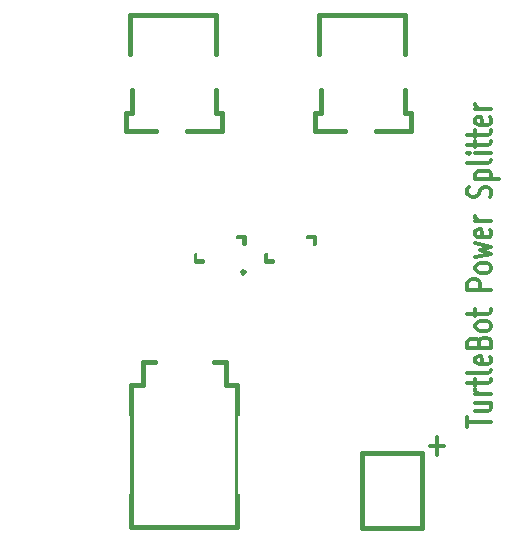
<source format=gto>
G04 (created by PCBNEW-RS274X (2011-aug-04)-testing) date Mon 20 Feb 2012 12:13:38 AM EST*
G01*
G70*
G90*
%MOIN*%
G04 Gerber Fmt 3.4, Leading zero omitted, Abs format*
%FSLAX34Y34*%
G04 APERTURE LIST*
%ADD10C,0.006000*%
%ADD11C,0.012000*%
%ADD12C,0.015000*%
%ADD13C,0.002600*%
%ADD14C,0.002000*%
%ADD15C,0.004000*%
%ADD16C,0.005000*%
%ADD17C,0.010000*%
%ADD18R,0.067200X0.067200*%
%ADD19R,0.080000X0.080000*%
%ADD20C,0.080000*%
%ADD21R,0.149900X0.193200*%
%ADD22R,0.173500X0.264100*%
%ADD23C,0.100000*%
%ADD24C,0.180000*%
%ADD25R,0.070000X0.135000*%
%ADD26R,0.155000X0.085000*%
G04 APERTURE END LIST*
G54D10*
G54D11*
X15524Y03615D02*
X15524Y03958D01*
X16324Y03787D02*
X15524Y03787D01*
X15790Y04415D02*
X16324Y04415D01*
X15790Y04158D02*
X16210Y04158D01*
X16286Y04186D01*
X16324Y04244D01*
X16324Y04329D01*
X16286Y04386D01*
X16248Y04415D01*
X16324Y04701D02*
X15790Y04701D01*
X15943Y04701D02*
X15867Y04729D01*
X15829Y04758D01*
X15790Y04815D01*
X15790Y04872D01*
X15790Y04986D02*
X15790Y05215D01*
X15524Y05072D02*
X16210Y05072D01*
X16286Y05100D01*
X16324Y05158D01*
X16324Y05215D01*
X16324Y05501D02*
X16286Y05443D01*
X16210Y05415D01*
X15524Y05415D01*
X16286Y05957D02*
X16324Y05900D01*
X16324Y05786D01*
X16286Y05729D01*
X16210Y05700D01*
X15905Y05700D01*
X15829Y05729D01*
X15790Y05786D01*
X15790Y05900D01*
X15829Y05957D01*
X15905Y05986D01*
X15981Y05986D01*
X16057Y05700D01*
X15905Y06443D02*
X15943Y06529D01*
X15981Y06557D01*
X16057Y06586D01*
X16171Y06586D01*
X16248Y06557D01*
X16286Y06529D01*
X16324Y06471D01*
X16324Y06243D01*
X15524Y06243D01*
X15524Y06443D01*
X15562Y06500D01*
X15600Y06529D01*
X15676Y06557D01*
X15752Y06557D01*
X15829Y06529D01*
X15867Y06500D01*
X15905Y06443D01*
X15905Y06243D01*
X16324Y06929D02*
X16286Y06871D01*
X16248Y06843D01*
X16171Y06814D01*
X15943Y06814D01*
X15867Y06843D01*
X15829Y06871D01*
X15790Y06929D01*
X15790Y07014D01*
X15829Y07071D01*
X15867Y07100D01*
X15943Y07129D01*
X16171Y07129D01*
X16248Y07100D01*
X16286Y07071D01*
X16324Y07014D01*
X16324Y06929D01*
X15790Y07300D02*
X15790Y07529D01*
X15524Y07386D02*
X16210Y07386D01*
X16286Y07414D01*
X16324Y07472D01*
X16324Y07529D01*
X16324Y08186D02*
X15524Y08186D01*
X15524Y08414D01*
X15562Y08472D01*
X15600Y08500D01*
X15676Y08529D01*
X15790Y08529D01*
X15867Y08500D01*
X15905Y08472D01*
X15943Y08414D01*
X15943Y08186D01*
X16324Y08872D02*
X16286Y08814D01*
X16248Y08786D01*
X16171Y08757D01*
X15943Y08757D01*
X15867Y08786D01*
X15829Y08814D01*
X15790Y08872D01*
X15790Y08957D01*
X15829Y09014D01*
X15867Y09043D01*
X15943Y09072D01*
X16171Y09072D01*
X16248Y09043D01*
X16286Y09014D01*
X16324Y08957D01*
X16324Y08872D01*
X15790Y09272D02*
X16324Y09386D01*
X15943Y09500D01*
X16324Y09615D01*
X15790Y09729D01*
X16286Y10186D02*
X16324Y10129D01*
X16324Y10015D01*
X16286Y09958D01*
X16210Y09929D01*
X15905Y09929D01*
X15829Y09958D01*
X15790Y10015D01*
X15790Y10129D01*
X15829Y10186D01*
X15905Y10215D01*
X15981Y10215D01*
X16057Y09929D01*
X16324Y10472D02*
X15790Y10472D01*
X15943Y10472D02*
X15867Y10500D01*
X15829Y10529D01*
X15790Y10586D01*
X15790Y10643D01*
X16286Y11271D02*
X16324Y11357D01*
X16324Y11500D01*
X16286Y11557D01*
X16248Y11586D01*
X16171Y11614D01*
X16095Y11614D01*
X16019Y11586D01*
X15981Y11557D01*
X15943Y11500D01*
X15905Y11386D01*
X15867Y11328D01*
X15829Y11300D01*
X15752Y11271D01*
X15676Y11271D01*
X15600Y11300D01*
X15562Y11328D01*
X15524Y11386D01*
X15524Y11528D01*
X15562Y11614D01*
X15790Y11871D02*
X16590Y11871D01*
X15829Y11871D02*
X15790Y11928D01*
X15790Y12042D01*
X15829Y12099D01*
X15867Y12128D01*
X15943Y12157D01*
X16171Y12157D01*
X16248Y12128D01*
X16286Y12099D01*
X16324Y12042D01*
X16324Y11928D01*
X16286Y11871D01*
X16324Y12500D02*
X16286Y12442D01*
X16210Y12414D01*
X15524Y12414D01*
X16324Y12728D02*
X15790Y12728D01*
X15524Y12728D02*
X15562Y12699D01*
X15600Y12728D01*
X15562Y12756D01*
X15524Y12728D01*
X15600Y12728D01*
X15790Y12928D02*
X15790Y13157D01*
X15524Y13014D02*
X16210Y13014D01*
X16286Y13042D01*
X16324Y13100D01*
X16324Y13157D01*
X15790Y13271D02*
X15790Y13500D01*
X15524Y13357D02*
X16210Y13357D01*
X16286Y13385D01*
X16324Y13443D01*
X16324Y13500D01*
X16286Y13928D02*
X16324Y13871D01*
X16324Y13757D01*
X16286Y13700D01*
X16210Y13671D01*
X15905Y13671D01*
X15829Y13700D01*
X15790Y13757D01*
X15790Y13871D01*
X15829Y13928D01*
X15905Y13957D01*
X15981Y13957D01*
X16057Y13671D01*
X16324Y14214D02*
X15790Y14214D01*
X15943Y14214D02*
X15867Y14242D01*
X15829Y14271D01*
X15790Y14328D01*
X15790Y14385D01*
X14272Y02981D02*
X14729Y02981D01*
X14500Y02676D02*
X14500Y03286D01*
G54D12*
X07864Y09955D02*
X08064Y09955D01*
X08064Y09955D02*
X08064Y09755D01*
X06464Y09355D02*
X06464Y09155D01*
X06464Y09155D02*
X06664Y09155D01*
G54D13*
X07460Y09437D02*
X07460Y09309D01*
X07460Y09309D02*
X07657Y09309D01*
X07657Y09437D02*
X07657Y09309D01*
X07460Y09437D02*
X07657Y09437D01*
X07460Y09682D02*
X07460Y09623D01*
X07460Y09623D02*
X07559Y09623D01*
X07559Y09682D02*
X07559Y09623D01*
X07460Y09682D02*
X07559Y09682D01*
X07460Y09487D02*
X07460Y09428D01*
X07460Y09428D02*
X07559Y09428D01*
X07559Y09487D02*
X07559Y09428D01*
X07460Y09487D02*
X07559Y09487D01*
X07460Y09633D02*
X07460Y09477D01*
X07460Y09477D02*
X07529Y09477D01*
X07529Y09633D02*
X07529Y09477D01*
X07460Y09633D02*
X07529Y09633D01*
X06871Y09437D02*
X06871Y09309D01*
X06871Y09309D02*
X07068Y09309D01*
X06871Y09437D02*
X07068Y09437D01*
X06871Y09801D02*
X06871Y09673D01*
X06871Y09673D02*
X07068Y09673D01*
X07068Y09801D02*
X07068Y09673D01*
X06969Y09487D02*
X06969Y09428D01*
X06969Y09428D02*
X07068Y09428D01*
X07068Y09487D02*
X07068Y09428D01*
X06969Y09487D02*
X07068Y09487D01*
X06969Y09682D02*
X06969Y09623D01*
X06969Y09623D02*
X07068Y09623D01*
X07068Y09682D02*
X07068Y09623D01*
X06969Y09682D02*
X07068Y09682D01*
X06999Y09633D02*
X06999Y09477D01*
X06999Y09477D02*
X07068Y09477D01*
X07068Y09633D02*
X07068Y09477D01*
X06999Y09633D02*
X07068Y09633D01*
X07460Y09791D02*
X07460Y09673D01*
X07460Y09673D02*
X07578Y09673D01*
X07578Y09791D02*
X07578Y09673D01*
X07460Y09791D02*
X07578Y09791D01*
X07628Y09801D02*
X07628Y09712D01*
X07628Y09712D02*
X07657Y09712D01*
X07657Y09801D02*
X07657Y09712D01*
X07628Y09801D02*
X07657Y09801D01*
G54D14*
X07626Y09732D02*
X07625Y09727D01*
X07623Y09722D01*
X07621Y09717D01*
X07617Y09713D01*
X07613Y09709D01*
X07608Y09707D01*
X07603Y09705D01*
X07598Y09705D01*
X07593Y09705D01*
X07588Y09707D01*
X07583Y09709D01*
X07579Y09712D01*
X07575Y09717D01*
X07573Y09721D01*
X07571Y09727D01*
X07571Y09732D01*
X07571Y09737D01*
X07572Y09742D01*
X07575Y09747D01*
X07578Y09751D01*
X07583Y09754D01*
X07587Y09757D01*
X07592Y09759D01*
X07598Y09759D01*
X07602Y09759D01*
X07608Y09758D01*
X07613Y09755D01*
X07617Y09752D01*
X07620Y09748D01*
X07623Y09743D01*
X07625Y09738D01*
X07625Y09732D01*
X07626Y09732D01*
G54D15*
X07657Y09692D02*
X07646Y09691D01*
X07634Y09689D01*
X07622Y09687D01*
X07611Y09683D01*
X07600Y09679D01*
X07589Y09673D01*
X07579Y09667D01*
X07569Y09659D01*
X07561Y09651D01*
X07553Y09643D01*
X07545Y09633D01*
X07539Y09623D01*
X07533Y09612D01*
X07529Y09601D01*
X07525Y09590D01*
X07523Y09578D01*
X07521Y09566D01*
X07520Y09555D01*
X07521Y09544D01*
X07523Y09532D01*
X07525Y09520D01*
X07529Y09509D01*
X07533Y09498D01*
X07539Y09487D01*
X07545Y09477D01*
X07553Y09467D01*
X07561Y09459D01*
X07569Y09451D01*
X07579Y09443D01*
X07589Y09437D01*
X07600Y09431D01*
X07611Y09427D01*
X07622Y09423D01*
X07634Y09421D01*
X07646Y09419D01*
X07657Y09418D01*
X06871Y09418D02*
X06882Y09419D01*
X06894Y09421D01*
X06906Y09423D01*
X06917Y09427D01*
X06928Y09431D01*
X06939Y09437D01*
X06949Y09443D01*
X06959Y09451D01*
X06967Y09459D01*
X06975Y09467D01*
X06983Y09477D01*
X06989Y09487D01*
X06995Y09498D01*
X06999Y09509D01*
X07003Y09520D01*
X07005Y09532D01*
X07007Y09544D01*
X07008Y09555D01*
X07007Y09566D01*
X07005Y09578D01*
X07003Y09590D01*
X06999Y09601D01*
X06995Y09612D01*
X06989Y09623D01*
X06983Y09633D01*
X06975Y09643D01*
X06967Y09651D01*
X06959Y09659D01*
X06949Y09667D01*
X06939Y09673D01*
X06928Y09679D01*
X06917Y09683D01*
X06906Y09687D01*
X06894Y09689D01*
X06882Y09691D01*
X06871Y09692D01*
G54D12*
X10226Y09955D02*
X10426Y09955D01*
X10426Y09955D02*
X10426Y09755D01*
X08826Y09355D02*
X08826Y09155D01*
X08826Y09155D02*
X09026Y09155D01*
G54D13*
X09822Y09437D02*
X09822Y09309D01*
X09822Y09309D02*
X10019Y09309D01*
X10019Y09437D02*
X10019Y09309D01*
X09822Y09437D02*
X10019Y09437D01*
X09822Y09682D02*
X09822Y09623D01*
X09822Y09623D02*
X09921Y09623D01*
X09921Y09682D02*
X09921Y09623D01*
X09822Y09682D02*
X09921Y09682D01*
X09822Y09487D02*
X09822Y09428D01*
X09822Y09428D02*
X09921Y09428D01*
X09921Y09487D02*
X09921Y09428D01*
X09822Y09487D02*
X09921Y09487D01*
X09822Y09633D02*
X09822Y09477D01*
X09822Y09477D02*
X09891Y09477D01*
X09891Y09633D02*
X09891Y09477D01*
X09822Y09633D02*
X09891Y09633D01*
X09233Y09437D02*
X09233Y09309D01*
X09233Y09309D02*
X09430Y09309D01*
X09233Y09437D02*
X09430Y09437D01*
X09233Y09801D02*
X09233Y09673D01*
X09233Y09673D02*
X09430Y09673D01*
X09430Y09801D02*
X09430Y09673D01*
X09233Y09801D02*
X09430Y09801D01*
X09331Y09487D02*
X09331Y09428D01*
X09331Y09428D02*
X09430Y09428D01*
X09430Y09487D02*
X09430Y09428D01*
X09331Y09487D02*
X09430Y09487D01*
X09331Y09682D02*
X09331Y09623D01*
X09331Y09623D02*
X09430Y09623D01*
X09430Y09682D02*
X09430Y09623D01*
X09331Y09682D02*
X09430Y09682D01*
X09361Y09633D02*
X09361Y09477D01*
X09361Y09477D02*
X09430Y09477D01*
X09430Y09633D02*
X09430Y09477D01*
X09361Y09633D02*
X09430Y09633D01*
X09822Y09791D02*
X09822Y09673D01*
X09822Y09673D02*
X09940Y09673D01*
X09940Y09791D02*
X09940Y09673D01*
X09822Y09791D02*
X09940Y09791D01*
X09990Y09801D02*
X09990Y09712D01*
X09990Y09712D02*
X10019Y09712D01*
X10019Y09801D02*
X10019Y09712D01*
X09990Y09801D02*
X10019Y09801D01*
G54D14*
X09988Y09732D02*
X09987Y09727D01*
X09985Y09722D01*
X09983Y09717D01*
X09979Y09713D01*
X09975Y09709D01*
X09970Y09707D01*
X09965Y09705D01*
X09960Y09705D01*
X09955Y09705D01*
X09950Y09707D01*
X09945Y09709D01*
X09941Y09712D01*
X09937Y09717D01*
X09935Y09721D01*
X09933Y09727D01*
X09933Y09732D01*
X09933Y09737D01*
X09934Y09742D01*
X09937Y09747D01*
X09940Y09751D01*
X09945Y09754D01*
X09949Y09757D01*
X09954Y09759D01*
X09960Y09759D01*
X09964Y09759D01*
X09970Y09758D01*
X09975Y09755D01*
X09979Y09752D01*
X09982Y09748D01*
X09985Y09743D01*
X09987Y09738D01*
X09987Y09732D01*
X09988Y09732D01*
G54D15*
X10019Y09692D02*
X10008Y09691D01*
X09996Y09689D01*
X09984Y09687D01*
X09973Y09683D01*
X09962Y09679D01*
X09951Y09673D01*
X09941Y09667D01*
X09931Y09659D01*
X09923Y09651D01*
X09915Y09643D01*
X09907Y09633D01*
X09901Y09623D01*
X09895Y09612D01*
X09891Y09601D01*
X09887Y09590D01*
X09885Y09578D01*
X09883Y09566D01*
X09882Y09555D01*
X09883Y09544D01*
X09885Y09532D01*
X09887Y09520D01*
X09891Y09509D01*
X09895Y09498D01*
X09901Y09487D01*
X09907Y09477D01*
X09915Y09467D01*
X09923Y09459D01*
X09931Y09451D01*
X09941Y09443D01*
X09951Y09437D01*
X09962Y09431D01*
X09973Y09427D01*
X09984Y09423D01*
X09996Y09421D01*
X10008Y09419D01*
X10019Y09418D01*
X09233Y09418D02*
X09244Y09419D01*
X09256Y09421D01*
X09268Y09423D01*
X09279Y09427D01*
X09290Y09431D01*
X09301Y09437D01*
X09311Y09443D01*
X09321Y09451D01*
X09329Y09459D01*
X09337Y09467D01*
X09345Y09477D01*
X09351Y09487D01*
X09357Y09498D01*
X09361Y09509D01*
X09365Y09520D01*
X09367Y09532D01*
X09369Y09544D01*
X09370Y09555D01*
X09369Y09566D01*
X09367Y09578D01*
X09365Y09590D01*
X09361Y09601D01*
X09357Y09612D01*
X09351Y09623D01*
X09345Y09633D01*
X09337Y09643D01*
X09329Y09651D01*
X09321Y09659D01*
X09311Y09667D01*
X09301Y09673D01*
X09290Y09679D01*
X09279Y09683D01*
X09268Y09687D01*
X09256Y09689D01*
X09244Y09691D01*
X09233Y09692D01*
G54D12*
X12000Y00250D02*
X14000Y00250D01*
X14000Y00250D02*
X14000Y02750D01*
X14000Y02750D02*
X12000Y02750D01*
X12000Y02750D02*
X12000Y00250D01*
X12000Y00250D02*
X13250Y00250D01*
G54D10*
X12000Y01000D02*
X12000Y02000D01*
X14000Y02000D02*
X14000Y01000D01*
G54D12*
X07461Y04997D02*
X07855Y04997D01*
X07855Y04997D02*
X07855Y00272D01*
X04311Y00272D02*
X04311Y04997D01*
X04311Y04997D02*
X04705Y04997D01*
X05099Y05784D02*
X04705Y05784D01*
X04705Y05784D02*
X04705Y04997D01*
X07461Y04997D02*
X07461Y05784D01*
X07461Y05784D02*
X07067Y05784D01*
X04311Y00272D02*
X07855Y00272D01*
X12488Y13479D02*
X13638Y13479D01*
X13638Y13479D02*
X13638Y14079D01*
X13638Y14079D02*
X13438Y14079D01*
X13438Y14079D02*
X13438Y14829D01*
X10638Y14079D02*
X10638Y14829D01*
X10638Y14079D02*
X10438Y14079D01*
X10438Y14079D02*
X10438Y13479D01*
X10438Y13479D02*
X11438Y13479D01*
X10588Y16029D02*
X10588Y17329D01*
X10588Y17329D02*
X13438Y17329D01*
X13438Y17329D02*
X13438Y16029D01*
X06189Y13479D02*
X07339Y13479D01*
X07339Y13479D02*
X07339Y14079D01*
X07339Y14079D02*
X07139Y14079D01*
X07139Y14079D02*
X07139Y14829D01*
X04339Y14079D02*
X04339Y14829D01*
X04339Y14079D02*
X04139Y14079D01*
X04139Y14079D02*
X04139Y13479D01*
X04139Y13479D02*
X05139Y13479D01*
X04289Y16029D02*
X04289Y17329D01*
X04289Y17329D02*
X07139Y17329D01*
X07139Y17329D02*
X07139Y16029D01*
G54D10*
X12230Y01770D02*
X12230Y01230D01*
X12770Y01230D01*
X12770Y01770D01*
X12230Y01770D01*
X13770Y01500D02*
X13764Y01448D01*
X13749Y01398D01*
X13724Y01351D01*
X13691Y01310D01*
X13650Y01277D01*
X13604Y01252D01*
X13554Y01236D01*
X13501Y01231D01*
X13450Y01235D01*
X13399Y01250D01*
X13353Y01275D01*
X13312Y01308D01*
X13278Y01348D01*
X13252Y01394D01*
X13236Y01444D01*
X13231Y01497D01*
X13235Y01548D01*
X13249Y01599D01*
X13274Y01646D01*
X13306Y01687D01*
X13346Y01721D01*
X13392Y01747D01*
X13443Y01763D01*
X13495Y01769D01*
X13546Y01765D01*
X13597Y01751D01*
X13644Y01727D01*
X13686Y01695D01*
X13720Y01655D01*
X13746Y01609D01*
X13763Y01559D01*
X13769Y01507D01*
X13770Y01500D01*
X06453Y01453D02*
X06445Y01382D01*
X06425Y01313D01*
X06391Y01249D01*
X06345Y01193D01*
X06289Y01147D01*
X06226Y01112D01*
X06157Y01091D01*
X06085Y01084D01*
X06014Y01090D01*
X05945Y01110D01*
X05881Y01144D01*
X05825Y01189D01*
X05778Y01244D01*
X05743Y01308D01*
X05722Y01377D01*
X05714Y01448D01*
X05720Y01519D01*
X05739Y01589D01*
X05772Y01653D01*
X05817Y01710D01*
X05872Y01756D01*
X05935Y01792D01*
X06004Y01814D01*
X06076Y01822D01*
X06147Y01817D01*
X06216Y01797D01*
X06281Y01765D01*
X06338Y01720D01*
X06385Y01666D01*
X06421Y01603D01*
X06443Y01534D01*
X06452Y01463D01*
X06453Y01453D01*
X01932Y16020D02*
X01917Y15871D01*
X01873Y15727D01*
X01803Y15594D01*
X01708Y15478D01*
X01592Y15382D01*
X01460Y15311D01*
X01316Y15266D01*
X01167Y15251D01*
X01018Y15264D01*
X00874Y15307D01*
X00741Y15376D01*
X00624Y15470D01*
X00527Y15585D01*
X00455Y15717D01*
X00409Y15860D01*
X00393Y16010D01*
X00405Y16158D01*
X00447Y16303D01*
X00515Y16437D01*
X00609Y16554D01*
X00723Y16652D01*
X00854Y16725D01*
X00997Y16772D01*
X01146Y16789D01*
X01295Y16778D01*
X01440Y16737D01*
X01574Y16670D01*
X01693Y16577D01*
X01791Y16463D01*
X01865Y16333D01*
X01912Y16190D01*
X01931Y16041D01*
X01932Y16020D01*
X17089Y16020D02*
X17074Y15871D01*
X17030Y15727D01*
X16960Y15594D01*
X16865Y15478D01*
X16749Y15382D01*
X16617Y15311D01*
X16473Y15266D01*
X16324Y15251D01*
X16175Y15264D01*
X16031Y15307D01*
X15898Y15376D01*
X15781Y15470D01*
X15684Y15585D01*
X15612Y15717D01*
X15566Y15860D01*
X15550Y16010D01*
X15562Y16158D01*
X15604Y16303D01*
X15672Y16437D01*
X15766Y16554D01*
X15880Y16652D01*
X16011Y16725D01*
X16154Y16772D01*
X16303Y16789D01*
X16452Y16778D01*
X16597Y16737D01*
X16731Y16670D01*
X16850Y16577D01*
X16948Y16463D01*
X17022Y16333D01*
X17069Y16190D01*
X17088Y16041D01*
X17089Y16020D01*
X17050Y01274D02*
X17035Y01125D01*
X16991Y00981D01*
X16921Y00848D01*
X16826Y00732D01*
X16710Y00636D01*
X16578Y00565D01*
X16434Y00520D01*
X16285Y00505D01*
X16136Y00518D01*
X15992Y00561D01*
X15859Y00630D01*
X15742Y00724D01*
X15645Y00839D01*
X15573Y00971D01*
X15527Y01114D01*
X15511Y01264D01*
X15523Y01412D01*
X15565Y01557D01*
X15633Y01691D01*
X15727Y01808D01*
X15841Y01906D01*
X15972Y01979D01*
X16115Y02026D01*
X16264Y02043D01*
X16413Y02032D01*
X16558Y01991D01*
X16692Y01924D01*
X16811Y01831D01*
X16909Y01717D01*
X16983Y01587D01*
X17030Y01444D01*
X17049Y01295D01*
X17050Y01274D01*
X01932Y01256D02*
X01917Y01107D01*
X01873Y00963D01*
X01803Y00830D01*
X01708Y00714D01*
X01592Y00618D01*
X01460Y00547D01*
X01316Y00502D01*
X01167Y00487D01*
X01018Y00500D01*
X00874Y00543D01*
X00741Y00612D01*
X00624Y00706D01*
X00527Y00821D01*
X00455Y00953D01*
X00409Y01096D01*
X00393Y01246D01*
X00405Y01394D01*
X00447Y01539D01*
X00515Y01673D01*
X00609Y01790D01*
X00723Y01888D01*
X00854Y01961D01*
X00997Y02008D01*
X01146Y02025D01*
X01295Y02014D01*
X01440Y01973D01*
X01574Y01906D01*
X01693Y01813D01*
X01791Y01699D01*
X01865Y01569D01*
X01912Y01426D01*
X01931Y01277D01*
X01932Y01256D01*
G54D16*
G54D11*
X08051Y08820D02*
X08099Y08773D01*
X08051Y08725D01*
X08003Y08773D01*
X08051Y08820D01*
X08051Y08725D01*
G54D16*
G54D11*
G54D10*
G54D11*
G54D17*
G54D16*
G54D11*
G54D16*
G54D11*
%LPC*%
G54D18*
X06851Y09555D03*
X07677Y09555D03*
X09213Y09555D03*
X10039Y09555D03*
G54D19*
X12500Y01500D03*
G54D20*
X13500Y01500D03*
G54D21*
X06083Y06374D03*
G54D22*
X03406Y02674D03*
X08760Y02674D03*
G54D23*
X06083Y01453D03*
G54D24*
X01162Y16020D03*
X16319Y16020D03*
X16280Y01274D03*
X01162Y01256D03*
G54D25*
X11988Y13279D03*
X11988Y11479D03*
G54D26*
X10538Y15429D03*
X13438Y15429D03*
G54D25*
X05689Y13279D03*
X05689Y11479D03*
G54D26*
X04239Y15429D03*
X07139Y15429D03*
M02*

</source>
